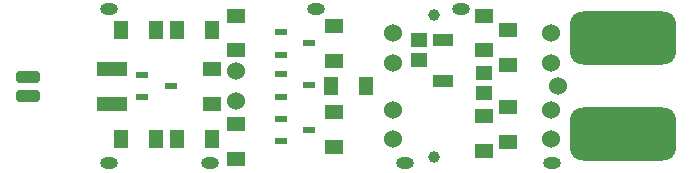
<source format=gbr>
%FSTAX25Y25*%
%MOMM*%
%SFA1B1*%

%IPPOS*%
%AMD16*
4,1,8,-1.000760,0.248920,-1.000760,-0.248920,-0.749300,-0.500380,0.749300,-0.500380,1.000760,-0.248920,1.000760,0.248920,0.749300,0.500380,-0.749300,0.500380,-1.000760,0.248920,0.0*
1,1,0.500000,-0.749300,0.248920*
1,1,0.500000,-0.749300,-0.248920*
1,1,0.500000,0.749300,-0.248920*
1,1,0.500000,0.749300,0.248920*
%
%AMD25*
4,1,8,3.375660,2.250440,-3.375660,2.250440,-4.500880,1.125220,-4.500880,-1.125220,-3.375660,-2.250440,3.375660,-2.250440,4.500880,-1.125220,4.500880,1.125220,3.375660,2.250440,0.0*
1,1,2.250000,3.375660,1.125220*
1,1,2.250000,-3.375660,1.125220*
1,1,2.250000,-3.375660,-1.125220*
1,1,2.250000,3.375660,-1.125220*
%
%ADD10R,1.749997X0.999998*%
%ADD11R,1.549997X1.299997*%
%ADD12R,0.999998X0.599999*%
%ADD13R,1.299997X1.549997*%
%ADD14R,2.649995X1.149998*%
%ADD15R,1.349997X1.199998*%
G04~CAMADD=16~8~0.0~0.0~393.7~787.4~98.4~0.0~15~0.0~0.0~0.0~0.0~0~0.0~0.0~0.0~0.0~0~0.0~0.0~0.0~90.0~788.0~394.0*
%ADD16D16*%
%ADD17C,0.999998*%
%ADD23O,1.499997X0.999998*%
%ADD24C,1.523997*%
G04~CAMADD=25~8~0.0~0.0~3543.3~1771.7~442.9~0.0~15~0.0~0.0~0.0~0.0~0~0.0~0.0~0.0~0.0~0~0.0~0.0~0.0~0.0~3543.3~1771.7*
%ADD25D25*%
%LNmicamp_pads_top-1*%
%LPD*%
G54D10*
X-1524998Y0042499D03*
Y0392498D03*
G54D11*
X-2449997Y0509998D03*
Y0214998D03*
X-3274999Y-0617499D03*
Y-0322498D03*
Y0302498D03*
Y0597499D03*
X-3477498Y0147497D03*
Y-0147497D03*
X-2449997Y-0222498D03*
Y-0517499D03*
X-1174998Y-0252498D03*
Y-0547499D03*
Y0302498D03*
Y0597499D03*
X-0974999Y0177497D03*
Y0472498D03*
Y-0472498D03*
Y-0177497D03*
G54D12*
X-2894998Y-0274998D03*
Y-0464997D03*
X-2654998Y-0369999D03*
X-4069999Y0094998D03*
Y-0094998D03*
X-3829999Y0D03*
X-2894998Y0457499D03*
Y0267497D03*
X-2654998Y0362498D03*
X-2894998Y0102499D03*
Y-0087497D03*
X-2654998Y0007498D03*
G54D13*
X-3477498Y0474997D03*
X-3772499D03*
Y-0444997D03*
X-3477498D03*
X-3952499D03*
X-4247499D03*
X-3952499Y0474997D03*
X-4247499D03*
X-2177498Y0D03*
X-2472499D03*
G54D14*
X-4324997Y0147497D03*
Y-0147497D03*
G54D15*
X-1724997Y0217497D03*
Y0387499D03*
X-1174998Y0109999D03*
Y-0059999D03*
G54D16*
X-5034998Y-0079999D03*
Y0079999D03*
G54D17*
X-1599999Y0599998D03*
Y-0599998D03*
G54D23*
X-4349998Y0649998D03*
Y-0649998D03*
X-3499998D03*
X-2599999Y0649998D03*
X-1849998Y-0649998D03*
X-1374998Y0649998D03*
X-0599998Y-0649998D03*
G54D24*
X-1949998Y-0449999D03*
Y-0199999D03*
X-3274999Y-0124998D03*
Y0124998D03*
X-1949998Y0199999D03*
Y0449999D03*
X-0609998Y-0199999D03*
Y-0449999D03*
Y0449999D03*
Y0199999D03*
X-0549998Y0D03*
G54D25*
X0Y-0405998D03*
Y0405998D03*
M02*
</source>
